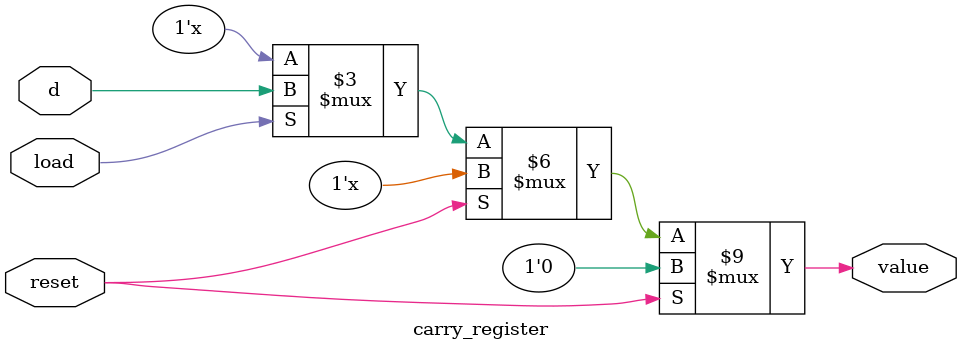
<source format=v>
module carry_register (load, d, value,reset);
input load;
input d;
input reset;
output reg value;

always @ (d or load or reset)
begin
if(reset)
value = 1'b0;
else
if(load) value = d;
end

endmodule

</source>
